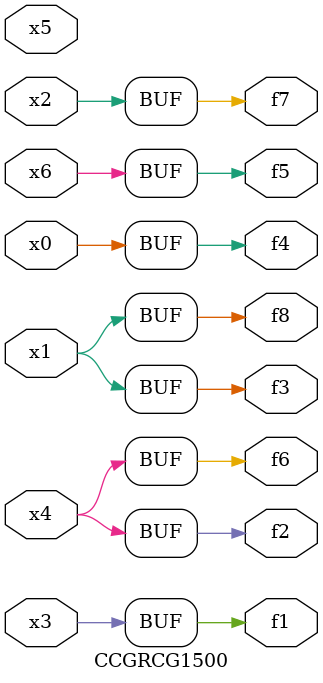
<source format=v>
module CCGRCG1500(
	input x0, x1, x2, x3, x4, x5, x6,
	output f1, f2, f3, f4, f5, f6, f7, f8
);
	assign f1 = x3;
	assign f2 = x4;
	assign f3 = x1;
	assign f4 = x0;
	assign f5 = x6;
	assign f6 = x4;
	assign f7 = x2;
	assign f8 = x1;
endmodule

</source>
